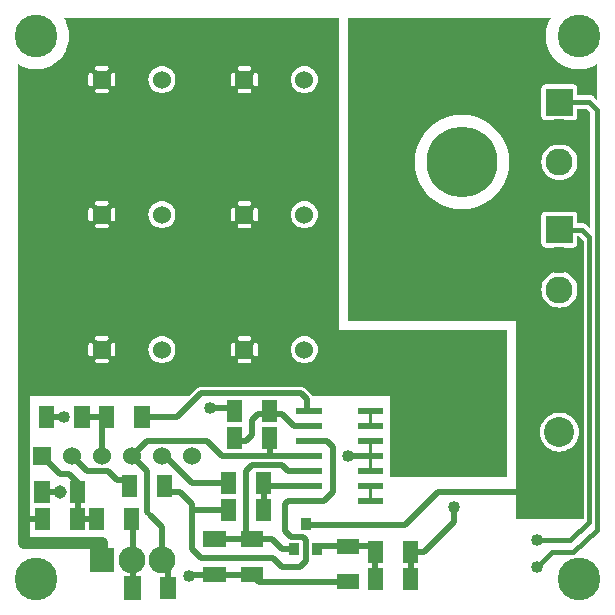
<source format=gbr>
G04 start of page 3 for group 1 idx 0 *
G04 Title: Motor regeling, signalb *
G04 Creator: pcb 20140316 *
G04 CreationDate: Sun 28 Feb 2016 01:10:26 PM GMT UTC *
G04 For: thba *
G04 Format: Gerber/RS-274X *
G04 PCB-Dimensions (mil): 1970.00 1970.00 *
G04 PCB-Coordinate-Origin: lower left *
%MOIN*%
%FSLAX25Y25*%
%LNBOTTOM*%
%ADD47C,0.0380*%
%ADD46C,0.0300*%
%ADD45C,0.1575*%
%ADD44C,0.1181*%
%ADD43C,0.2362*%
%ADD42C,0.0450*%
%ADD41C,0.1419*%
%ADD40R,0.0562X0.0562*%
%ADD39R,0.0512X0.0512*%
%ADD38R,0.0200X0.0200*%
%ADD37R,0.0340X0.0340*%
%ADD36C,0.0600*%
%ADD35C,0.1000*%
%ADD34C,0.0900*%
%ADD33C,0.0150*%
%ADD32C,0.0100*%
%ADD31C,0.0200*%
%ADD30C,0.0400*%
%ADD29C,0.0001*%
G54D29*G36*
X182500Y118507D02*X187235Y118514D01*
X187465Y118569D01*
X187683Y118659D01*
X187884Y118783D01*
X188064Y118936D01*
X188217Y119116D01*
X188341Y119317D01*
X188431Y119535D01*
X188486Y119765D01*
X188500Y120000D01*
X188496Y122350D01*
X189109D01*
X190750Y120709D01*
Y28000D01*
X182500D01*
Y32994D01*
X182814Y33019D01*
X183120Y33092D01*
X183411Y33212D01*
X183679Y33377D01*
X183919Y33581D01*
X184123Y33821D01*
X184288Y34089D01*
X184408Y34380D01*
X184481Y34686D01*
X184500Y35000D01*
Y35100D01*
X184481Y35414D01*
X184408Y35720D01*
X184288Y36011D01*
X184123Y36279D01*
X183919Y36519D01*
X183679Y36723D01*
X183411Y36888D01*
X183120Y37008D01*
X182814Y37081D01*
X182500Y37106D01*
Y50480D01*
X183520Y50560D01*
X184515Y50799D01*
X185460Y51191D01*
X186332Y51725D01*
X187110Y52390D01*
X187775Y53168D01*
X188309Y54040D01*
X188701Y54985D01*
X188940Y55980D01*
X189000Y57000D01*
X188940Y58020D01*
X188701Y59015D01*
X188309Y59960D01*
X187775Y60832D01*
X187110Y61610D01*
X186332Y62275D01*
X185460Y62809D01*
X184515Y63201D01*
X183520Y63440D01*
X182500Y63520D01*
Y98481D01*
X183442Y98556D01*
X184360Y98776D01*
X185232Y99137D01*
X186038Y99631D01*
X186756Y100244D01*
X187369Y100962D01*
X187863Y101768D01*
X188224Y102640D01*
X188444Y103558D01*
X188500Y104500D01*
X188444Y105442D01*
X188224Y106360D01*
X187863Y107232D01*
X187369Y108038D01*
X186756Y108756D01*
X186038Y109369D01*
X185232Y109863D01*
X184360Y110224D01*
X183442Y110444D01*
X182500Y110519D01*
Y118507D01*
G37*
G36*
Y161007D02*X187235Y161014D01*
X187465Y161069D01*
X187683Y161159D01*
X187884Y161283D01*
X188064Y161436D01*
X188217Y161616D01*
X188341Y161817D01*
X188431Y162035D01*
X188486Y162265D01*
X188500Y162500D01*
X188497Y164650D01*
X191809D01*
X192750Y163709D01*
Y124791D01*
X191580Y125961D01*
X191525Y126025D01*
X191268Y126245D01*
X191268Y126245D01*
X190979Y126422D01*
X190666Y126551D01*
X190337Y126630D01*
X190000Y126657D01*
X189916Y126650D01*
X188490D01*
X188486Y129235D01*
X188431Y129465D01*
X188341Y129683D01*
X188217Y129884D01*
X188064Y130064D01*
X187884Y130217D01*
X187683Y130341D01*
X187465Y130431D01*
X187235Y130486D01*
X187000Y130500D01*
X182500Y130493D01*
Y140981D01*
X183442Y141056D01*
X184360Y141276D01*
X185232Y141637D01*
X186038Y142131D01*
X186756Y142744D01*
X187369Y143462D01*
X187863Y144268D01*
X188224Y145140D01*
X188444Y146058D01*
X188500Y147000D01*
X188444Y147942D01*
X188224Y148860D01*
X187863Y149732D01*
X187369Y150538D01*
X186756Y151256D01*
X186038Y151869D01*
X185232Y152363D01*
X184360Y152724D01*
X183442Y152944D01*
X182500Y153019D01*
Y161007D01*
G37*
G36*
X195000Y179741D02*Y167541D01*
X194692Y167848D01*
X194600Y168070D01*
X194407Y168386D01*
X194167Y168667D01*
X193886Y168907D01*
X193570Y169100D01*
X193228Y169242D01*
X192869Y169328D01*
X192500Y169350D01*
X188490D01*
X188486Y171735D01*
X188431Y171965D01*
X188341Y172183D01*
X188217Y172384D01*
X188064Y172564D01*
X187884Y172717D01*
X187683Y172841D01*
X187465Y172931D01*
X187235Y172986D01*
X187000Y173000D01*
X182500Y172993D01*
Y180048D01*
X183977Y179142D01*
X185581Y178478D01*
X187269Y178073D01*
X189000Y177936D01*
X190731Y178073D01*
X192419Y178478D01*
X194023Y179142D01*
X195000Y179741D01*
G37*
G36*
X182500Y172993D02*X177765Y172986D01*
X177535Y172931D01*
X177317Y172841D01*
X177116Y172717D01*
X176936Y172564D01*
X176783Y172384D01*
X176659Y172183D01*
X176569Y171965D01*
X176514Y171735D01*
X176500Y171500D01*
X176514Y162265D01*
X176569Y162035D01*
X176659Y161817D01*
X176783Y161616D01*
X176936Y161436D01*
X177116Y161283D01*
X177317Y161159D01*
X177535Y161069D01*
X177765Y161014D01*
X178000Y161000D01*
X182500Y161007D01*
Y153019D01*
X181558Y152944D01*
X180640Y152724D01*
X179768Y152363D01*
X178962Y151869D01*
X178244Y151256D01*
X177631Y150538D01*
X177137Y149732D01*
X176776Y148860D01*
X176556Y147942D01*
X176481Y147000D01*
X176556Y146058D01*
X176776Y145140D01*
X177137Y144268D01*
X177631Y143462D01*
X178244Y142744D01*
X178962Y142131D01*
X179768Y141637D01*
X180640Y141276D01*
X181558Y141056D01*
X182500Y140981D01*
Y130493D01*
X177765Y130486D01*
X177535Y130431D01*
X177317Y130341D01*
X177116Y130217D01*
X176936Y130064D01*
X176783Y129884D01*
X176659Y129683D01*
X176569Y129465D01*
X176514Y129235D01*
X176500Y129000D01*
X176514Y119765D01*
X176569Y119535D01*
X176659Y119317D01*
X176783Y119116D01*
X176936Y118936D01*
X177116Y118783D01*
X177317Y118659D01*
X177535Y118569D01*
X177765Y118514D01*
X178000Y118500D01*
X182500Y118507D01*
Y110519D01*
X181558Y110444D01*
X180640Y110224D01*
X179768Y109863D01*
X178962Y109369D01*
X178244Y108756D01*
X177631Y108038D01*
X177137Y107232D01*
X176776Y106360D01*
X176556Y105442D01*
X176481Y104500D01*
X176556Y103558D01*
X176776Y102640D01*
X177137Y101768D01*
X177631Y100962D01*
X178244Y100244D01*
X178962Y99631D01*
X179768Y99137D01*
X180640Y98776D01*
X181558Y98556D01*
X182500Y98481D01*
Y63520D01*
X181480Y63440D01*
X180485Y63201D01*
X179540Y62809D01*
X178668Y62275D01*
X177890Y61610D01*
X177225Y60832D01*
X176691Y59960D01*
X176299Y59015D01*
X176060Y58020D01*
X175980Y57000D01*
X176060Y55980D01*
X176299Y54985D01*
X176691Y54040D01*
X177225Y53168D01*
X177890Y52390D01*
X178668Y51725D01*
X179540Y51191D01*
X180485Y50799D01*
X181480Y50560D01*
X182500Y50480D01*
Y37106D01*
X182186Y37081D01*
X181880Y37008D01*
X181589Y36888D01*
X181321Y36723D01*
X181081Y36519D01*
X180877Y36279D01*
X180712Y36011D01*
X180592Y35720D01*
X180519Y35414D01*
X180500Y35100D01*
Y35000D01*
X180519Y34686D01*
X180592Y34380D01*
X180712Y34089D01*
X180877Y33821D01*
X181081Y33581D01*
X181321Y33377D01*
X181589Y33212D01*
X181880Y33092D01*
X182186Y33019D01*
X182500Y32994D01*
Y28000D01*
X168000D01*
Y94000D01*
X149976D01*
Y131205D01*
X150000Y131203D01*
X152471Y131398D01*
X154881Y131977D01*
X157172Y132925D01*
X159285Y134220D01*
X161170Y135830D01*
X162780Y137715D01*
X164075Y139828D01*
X165023Y142119D01*
X165602Y144529D01*
X165748Y147000D01*
X165602Y149471D01*
X165023Y151881D01*
X164075Y154172D01*
X162780Y156285D01*
X161170Y158170D01*
X159285Y159780D01*
X157172Y161075D01*
X154881Y162023D01*
X152471Y162602D01*
X150000Y162797D01*
X149976Y162795D01*
Y195000D01*
X179741D01*
X179142Y194023D01*
X178478Y192419D01*
X178073Y190731D01*
X177936Y189000D01*
X178073Y187269D01*
X178478Y185581D01*
X179142Y183977D01*
X180049Y182497D01*
X181177Y181177D01*
X182497Y180049D01*
X182500Y180048D01*
Y172993D01*
G37*
G36*
X149976Y94000D02*X112000D01*
Y195000D01*
X149976D01*
Y162795D01*
X147529Y162602D01*
X145119Y162023D01*
X142828Y161075D01*
X140715Y159780D01*
X138830Y158170D01*
X137220Y156285D01*
X135925Y154172D01*
X134977Y151881D01*
X134398Y149471D01*
X134203Y147000D01*
X134398Y144529D01*
X134977Y142119D01*
X135925Y139828D01*
X137220Y137715D01*
X138830Y135830D01*
X140715Y134220D01*
X142828Y132925D01*
X145119Y131977D01*
X147529Y131398D01*
X149976Y131205D01*
Y94000D01*
G37*
G36*
X109000Y195000D02*Y69000D01*
X100233D01*
X100123Y69179D01*
X100123Y69179D01*
X99919Y69419D01*
X99859Y69470D01*
X97970Y71359D01*
X97919Y71419D01*
X97679Y71623D01*
X97679Y71623D01*
X97493Y71737D01*
Y79987D01*
X97500Y79986D01*
X98206Y80042D01*
X98895Y80207D01*
X99549Y80478D01*
X100153Y80848D01*
X100692Y81308D01*
X101152Y81847D01*
X101522Y82451D01*
X101793Y83105D01*
X101958Y83794D01*
X102000Y84500D01*
X101958Y85206D01*
X101793Y85895D01*
X101522Y86549D01*
X101152Y87153D01*
X100692Y87692D01*
X100153Y88152D01*
X99549Y88522D01*
X98895Y88793D01*
X98206Y88958D01*
X97500Y89014D01*
X97493Y89013D01*
Y124987D01*
X97500Y124986D01*
X98206Y125042D01*
X98895Y125207D01*
X99549Y125478D01*
X100153Y125848D01*
X100692Y126308D01*
X101152Y126847D01*
X101522Y127451D01*
X101793Y128105D01*
X101958Y128794D01*
X102000Y129500D01*
X101958Y130206D01*
X101793Y130895D01*
X101522Y131549D01*
X101152Y132153D01*
X100692Y132692D01*
X100153Y133152D01*
X99549Y133522D01*
X98895Y133793D01*
X98206Y133958D01*
X97500Y134014D01*
X97493Y134013D01*
Y169987D01*
X97500Y169986D01*
X98206Y170042D01*
X98895Y170207D01*
X99549Y170478D01*
X100153Y170848D01*
X100692Y171308D01*
X101152Y171847D01*
X101522Y172451D01*
X101793Y173105D01*
X101958Y173794D01*
X102000Y174500D01*
X101958Y175206D01*
X101793Y175895D01*
X101522Y176549D01*
X101152Y177153D01*
X100692Y177692D01*
X100153Y178152D01*
X99549Y178522D01*
X98895Y178793D01*
X98206Y178958D01*
X97500Y179014D01*
X97493Y179013D01*
Y195000D01*
X109000D01*
G37*
G36*
X97493Y71737D02*X97411Y71788D01*
X97120Y71908D01*
X96814Y71981D01*
X96500Y72006D01*
X96422Y72000D01*
X81250D01*
Y82248D01*
X81368Y82257D01*
X81482Y82285D01*
X81592Y82330D01*
X81692Y82391D01*
X81782Y82468D01*
X81859Y82558D01*
X81920Y82658D01*
X81965Y82768D01*
X81993Y82882D01*
X82000Y83000D01*
Y86000D01*
X81993Y86118D01*
X81965Y86232D01*
X81920Y86342D01*
X81859Y86442D01*
X81782Y86532D01*
X81692Y86609D01*
X81592Y86670D01*
X81482Y86715D01*
X81368Y86743D01*
X81250Y86752D01*
Y127248D01*
X81368Y127257D01*
X81482Y127285D01*
X81592Y127330D01*
X81692Y127391D01*
X81782Y127468D01*
X81859Y127558D01*
X81920Y127658D01*
X81965Y127768D01*
X81993Y127882D01*
X82000Y128000D01*
Y131000D01*
X81993Y131118D01*
X81965Y131232D01*
X81920Y131342D01*
X81859Y131442D01*
X81782Y131532D01*
X81692Y131609D01*
X81592Y131670D01*
X81482Y131715D01*
X81368Y131743D01*
X81250Y131752D01*
Y172248D01*
X81368Y172257D01*
X81482Y172285D01*
X81592Y172330D01*
X81692Y172391D01*
X81782Y172468D01*
X81859Y172558D01*
X81920Y172658D01*
X81965Y172768D01*
X81993Y172882D01*
X82000Y173000D01*
Y176000D01*
X81993Y176118D01*
X81965Y176232D01*
X81920Y176342D01*
X81859Y176442D01*
X81782Y176532D01*
X81692Y176609D01*
X81592Y176670D01*
X81482Y176715D01*
X81368Y176743D01*
X81250Y176752D01*
Y195000D01*
X97493D01*
Y179013D01*
X96794Y178958D01*
X96105Y178793D01*
X95451Y178522D01*
X94847Y178152D01*
X94308Y177692D01*
X93848Y177153D01*
X93478Y176549D01*
X93207Y175895D01*
X93042Y175206D01*
X92986Y174500D01*
X93042Y173794D01*
X93207Y173105D01*
X93478Y172451D01*
X93848Y171847D01*
X94308Y171308D01*
X94847Y170848D01*
X95451Y170478D01*
X96105Y170207D01*
X96794Y170042D01*
X97493Y169987D01*
Y134013D01*
X96794Y133958D01*
X96105Y133793D01*
X95451Y133522D01*
X94847Y133152D01*
X94308Y132692D01*
X93848Y132153D01*
X93478Y131549D01*
X93207Y130895D01*
X93042Y130206D01*
X92986Y129500D01*
X93042Y128794D01*
X93207Y128105D01*
X93478Y127451D01*
X93848Y126847D01*
X94308Y126308D01*
X94847Y125848D01*
X95451Y125478D01*
X96105Y125207D01*
X96794Y125042D01*
X97493Y124987D01*
Y89013D01*
X96794Y88958D01*
X96105Y88793D01*
X95451Y88522D01*
X94847Y88152D01*
X94308Y87692D01*
X93848Y87153D01*
X93478Y86549D01*
X93207Y85895D01*
X93042Y85206D01*
X92986Y84500D01*
X93042Y83794D01*
X93207Y83105D01*
X93478Y82451D01*
X93848Y81847D01*
X94308Y81308D01*
X94847Y80848D01*
X95451Y80478D01*
X96105Y80207D01*
X96794Y80042D01*
X97493Y79987D01*
Y71737D01*
G37*
G36*
X81250Y72000D02*X77500D01*
Y80000D01*
X79000D01*
X79118Y80007D01*
X79232Y80035D01*
X79342Y80080D01*
X79442Y80141D01*
X79532Y80218D01*
X79609Y80308D01*
X79670Y80408D01*
X79715Y80518D01*
X79743Y80632D01*
X79752Y80750D01*
X79743Y80868D01*
X79715Y80982D01*
X79670Y81092D01*
X79609Y81192D01*
X79532Y81282D01*
X79442Y81359D01*
X79342Y81420D01*
X79232Y81465D01*
X79118Y81493D01*
X79000Y81500D01*
X77500D01*
Y87500D01*
X79000D01*
X79118Y87507D01*
X79232Y87535D01*
X79342Y87580D01*
X79442Y87641D01*
X79532Y87718D01*
X79609Y87808D01*
X79670Y87908D01*
X79715Y88018D01*
X79743Y88132D01*
X79752Y88250D01*
X79743Y88368D01*
X79715Y88482D01*
X79670Y88592D01*
X79609Y88692D01*
X79532Y88782D01*
X79442Y88859D01*
X79342Y88920D01*
X79232Y88965D01*
X79118Y88993D01*
X79000Y89000D01*
X77500D01*
Y125000D01*
X79000D01*
X79118Y125007D01*
X79232Y125035D01*
X79342Y125080D01*
X79442Y125141D01*
X79532Y125218D01*
X79609Y125308D01*
X79670Y125408D01*
X79715Y125518D01*
X79743Y125632D01*
X79752Y125750D01*
X79743Y125868D01*
X79715Y125982D01*
X79670Y126092D01*
X79609Y126192D01*
X79532Y126282D01*
X79442Y126359D01*
X79342Y126420D01*
X79232Y126465D01*
X79118Y126493D01*
X79000Y126500D01*
X77500D01*
Y132500D01*
X79000D01*
X79118Y132507D01*
X79232Y132535D01*
X79342Y132580D01*
X79442Y132641D01*
X79532Y132718D01*
X79609Y132808D01*
X79670Y132908D01*
X79715Y133018D01*
X79743Y133132D01*
X79752Y133250D01*
X79743Y133368D01*
X79715Y133482D01*
X79670Y133592D01*
X79609Y133692D01*
X79532Y133782D01*
X79442Y133859D01*
X79342Y133920D01*
X79232Y133965D01*
X79118Y133993D01*
X79000Y134000D01*
X77500D01*
Y170000D01*
X79000D01*
X79118Y170007D01*
X79232Y170035D01*
X79342Y170080D01*
X79442Y170141D01*
X79532Y170218D01*
X79609Y170308D01*
X79670Y170408D01*
X79715Y170518D01*
X79743Y170632D01*
X79752Y170750D01*
X79743Y170868D01*
X79715Y170982D01*
X79670Y171092D01*
X79609Y171192D01*
X79532Y171282D01*
X79442Y171359D01*
X79342Y171420D01*
X79232Y171465D01*
X79118Y171493D01*
X79000Y171500D01*
X77500D01*
Y177500D01*
X79000D01*
X79118Y177507D01*
X79232Y177535D01*
X79342Y177580D01*
X79442Y177641D01*
X79532Y177718D01*
X79609Y177808D01*
X79670Y177908D01*
X79715Y178018D01*
X79743Y178132D01*
X79752Y178250D01*
X79743Y178368D01*
X79715Y178482D01*
X79670Y178592D01*
X79609Y178692D01*
X79532Y178782D01*
X79442Y178859D01*
X79342Y178920D01*
X79232Y178965D01*
X79118Y178993D01*
X79000Y179000D01*
X77500D01*
Y195000D01*
X81250D01*
Y176752D01*
X81132Y176743D01*
X81018Y176715D01*
X80908Y176670D01*
X80808Y176609D01*
X80718Y176532D01*
X80641Y176442D01*
X80580Y176342D01*
X80535Y176232D01*
X80507Y176118D01*
X80500Y176000D01*
Y173000D01*
X80507Y172882D01*
X80535Y172768D01*
X80580Y172658D01*
X80641Y172558D01*
X80718Y172468D01*
X80808Y172391D01*
X80908Y172330D01*
X81018Y172285D01*
X81132Y172257D01*
X81250Y172248D01*
Y131752D01*
X81132Y131743D01*
X81018Y131715D01*
X80908Y131670D01*
X80808Y131609D01*
X80718Y131532D01*
X80641Y131442D01*
X80580Y131342D01*
X80535Y131232D01*
X80507Y131118D01*
X80500Y131000D01*
Y128000D01*
X80507Y127882D01*
X80535Y127768D01*
X80580Y127658D01*
X80641Y127558D01*
X80718Y127468D01*
X80808Y127391D01*
X80908Y127330D01*
X81018Y127285D01*
X81132Y127257D01*
X81250Y127248D01*
Y86752D01*
X81132Y86743D01*
X81018Y86715D01*
X80908Y86670D01*
X80808Y86609D01*
X80718Y86532D01*
X80641Y86442D01*
X80580Y86342D01*
X80535Y86232D01*
X80507Y86118D01*
X80500Y86000D01*
Y83000D01*
X80507Y82882D01*
X80535Y82768D01*
X80580Y82658D01*
X80641Y82558D01*
X80718Y82468D01*
X80808Y82391D01*
X80908Y82330D01*
X81018Y82285D01*
X81132Y82257D01*
X81250Y82248D01*
Y72000D01*
G37*
G36*
X77500D02*X73750D01*
Y82248D01*
X73868Y82257D01*
X73982Y82285D01*
X74092Y82330D01*
X74192Y82391D01*
X74282Y82468D01*
X74359Y82558D01*
X74420Y82658D01*
X74465Y82768D01*
X74493Y82882D01*
X74500Y83000D01*
Y86000D01*
X74493Y86118D01*
X74465Y86232D01*
X74420Y86342D01*
X74359Y86442D01*
X74282Y86532D01*
X74192Y86609D01*
X74092Y86670D01*
X73982Y86715D01*
X73868Y86743D01*
X73750Y86752D01*
Y127248D01*
X73868Y127257D01*
X73982Y127285D01*
X74092Y127330D01*
X74192Y127391D01*
X74282Y127468D01*
X74359Y127558D01*
X74420Y127658D01*
X74465Y127768D01*
X74493Y127882D01*
X74500Y128000D01*
Y131000D01*
X74493Y131118D01*
X74465Y131232D01*
X74420Y131342D01*
X74359Y131442D01*
X74282Y131532D01*
X74192Y131609D01*
X74092Y131670D01*
X73982Y131715D01*
X73868Y131743D01*
X73750Y131752D01*
Y172248D01*
X73868Y172257D01*
X73982Y172285D01*
X74092Y172330D01*
X74192Y172391D01*
X74282Y172468D01*
X74359Y172558D01*
X74420Y172658D01*
X74465Y172768D01*
X74493Y172882D01*
X74500Y173000D01*
Y176000D01*
X74493Y176118D01*
X74465Y176232D01*
X74420Y176342D01*
X74359Y176442D01*
X74282Y176532D01*
X74192Y176609D01*
X74092Y176670D01*
X73982Y176715D01*
X73868Y176743D01*
X73750Y176752D01*
Y195000D01*
X77500D01*
Y179000D01*
X76000D01*
X75882Y178993D01*
X75768Y178965D01*
X75658Y178920D01*
X75558Y178859D01*
X75468Y178782D01*
X75391Y178692D01*
X75330Y178592D01*
X75285Y178482D01*
X75257Y178368D01*
X75248Y178250D01*
X75257Y178132D01*
X75285Y178018D01*
X75330Y177908D01*
X75391Y177808D01*
X75468Y177718D01*
X75558Y177641D01*
X75658Y177580D01*
X75768Y177535D01*
X75882Y177507D01*
X76000Y177500D01*
X77500D01*
Y171500D01*
X76000D01*
X75882Y171493D01*
X75768Y171465D01*
X75658Y171420D01*
X75558Y171359D01*
X75468Y171282D01*
X75391Y171192D01*
X75330Y171092D01*
X75285Y170982D01*
X75257Y170868D01*
X75248Y170750D01*
X75257Y170632D01*
X75285Y170518D01*
X75330Y170408D01*
X75391Y170308D01*
X75468Y170218D01*
X75558Y170141D01*
X75658Y170080D01*
X75768Y170035D01*
X75882Y170007D01*
X76000Y170000D01*
X77500D01*
Y134000D01*
X76000D01*
X75882Y133993D01*
X75768Y133965D01*
X75658Y133920D01*
X75558Y133859D01*
X75468Y133782D01*
X75391Y133692D01*
X75330Y133592D01*
X75285Y133482D01*
X75257Y133368D01*
X75248Y133250D01*
X75257Y133132D01*
X75285Y133018D01*
X75330Y132908D01*
X75391Y132808D01*
X75468Y132718D01*
X75558Y132641D01*
X75658Y132580D01*
X75768Y132535D01*
X75882Y132507D01*
X76000Y132500D01*
X77500D01*
Y126500D01*
X76000D01*
X75882Y126493D01*
X75768Y126465D01*
X75658Y126420D01*
X75558Y126359D01*
X75468Y126282D01*
X75391Y126192D01*
X75330Y126092D01*
X75285Y125982D01*
X75257Y125868D01*
X75248Y125750D01*
X75257Y125632D01*
X75285Y125518D01*
X75330Y125408D01*
X75391Y125308D01*
X75468Y125218D01*
X75558Y125141D01*
X75658Y125080D01*
X75768Y125035D01*
X75882Y125007D01*
X76000Y125000D01*
X77500D01*
Y89000D01*
X76000D01*
X75882Y88993D01*
X75768Y88965D01*
X75658Y88920D01*
X75558Y88859D01*
X75468Y88782D01*
X75391Y88692D01*
X75330Y88592D01*
X75285Y88482D01*
X75257Y88368D01*
X75248Y88250D01*
X75257Y88132D01*
X75285Y88018D01*
X75330Y87908D01*
X75391Y87808D01*
X75468Y87718D01*
X75558Y87641D01*
X75658Y87580D01*
X75768Y87535D01*
X75882Y87507D01*
X76000Y87500D01*
X77500D01*
Y81500D01*
X76000D01*
X75882Y81493D01*
X75768Y81465D01*
X75658Y81420D01*
X75558Y81359D01*
X75468Y81282D01*
X75391Y81192D01*
X75330Y81092D01*
X75285Y80982D01*
X75257Y80868D01*
X75248Y80750D01*
X75257Y80632D01*
X75285Y80518D01*
X75330Y80408D01*
X75391Y80308D01*
X75468Y80218D01*
X75558Y80141D01*
X75658Y80080D01*
X75768Y80035D01*
X75882Y80007D01*
X76000Y80000D01*
X77500D01*
Y72000D01*
G37*
G36*
X73750D02*X63078D01*
X63000Y72006D01*
X62686Y71981D01*
X62380Y71908D01*
X62089Y71788D01*
X61821Y71623D01*
X61820Y71623D01*
X61581Y71419D01*
X61530Y71359D01*
X59172Y69000D01*
X49993D01*
Y79987D01*
X50000Y79986D01*
X50706Y80042D01*
X51395Y80207D01*
X52049Y80478D01*
X52653Y80848D01*
X53192Y81308D01*
X53652Y81847D01*
X54022Y82451D01*
X54293Y83105D01*
X54458Y83794D01*
X54500Y84500D01*
X54458Y85206D01*
X54293Y85895D01*
X54022Y86549D01*
X53652Y87153D01*
X53192Y87692D01*
X52653Y88152D01*
X52049Y88522D01*
X51395Y88793D01*
X50706Y88958D01*
X50000Y89014D01*
X49993Y89013D01*
Y124987D01*
X50000Y124986D01*
X50706Y125042D01*
X51395Y125207D01*
X52049Y125478D01*
X52653Y125848D01*
X53192Y126308D01*
X53652Y126847D01*
X54022Y127451D01*
X54293Y128105D01*
X54458Y128794D01*
X54500Y129500D01*
X54458Y130206D01*
X54293Y130895D01*
X54022Y131549D01*
X53652Y132153D01*
X53192Y132692D01*
X52653Y133152D01*
X52049Y133522D01*
X51395Y133793D01*
X50706Y133958D01*
X50000Y134014D01*
X49993Y134013D01*
Y169987D01*
X50000Y169986D01*
X50706Y170042D01*
X51395Y170207D01*
X52049Y170478D01*
X52653Y170848D01*
X53192Y171308D01*
X53652Y171847D01*
X54022Y172451D01*
X54293Y173105D01*
X54458Y173794D01*
X54500Y174500D01*
X54458Y175206D01*
X54293Y175895D01*
X54022Y176549D01*
X53652Y177153D01*
X53192Y177692D01*
X52653Y178152D01*
X52049Y178522D01*
X51395Y178793D01*
X50706Y178958D01*
X50000Y179014D01*
X49993Y179013D01*
Y195000D01*
X73750D01*
Y176752D01*
X73632Y176743D01*
X73518Y176715D01*
X73408Y176670D01*
X73308Y176609D01*
X73218Y176532D01*
X73141Y176442D01*
X73080Y176342D01*
X73035Y176232D01*
X73007Y176118D01*
X73000Y176000D01*
Y173000D01*
X73007Y172882D01*
X73035Y172768D01*
X73080Y172658D01*
X73141Y172558D01*
X73218Y172468D01*
X73308Y172391D01*
X73408Y172330D01*
X73518Y172285D01*
X73632Y172257D01*
X73750Y172248D01*
Y131752D01*
X73632Y131743D01*
X73518Y131715D01*
X73408Y131670D01*
X73308Y131609D01*
X73218Y131532D01*
X73141Y131442D01*
X73080Y131342D01*
X73035Y131232D01*
X73007Y131118D01*
X73000Y131000D01*
Y128000D01*
X73007Y127882D01*
X73035Y127768D01*
X73080Y127658D01*
X73141Y127558D01*
X73218Y127468D01*
X73308Y127391D01*
X73408Y127330D01*
X73518Y127285D01*
X73632Y127257D01*
X73750Y127248D01*
Y86752D01*
X73632Y86743D01*
X73518Y86715D01*
X73408Y86670D01*
X73308Y86609D01*
X73218Y86532D01*
X73141Y86442D01*
X73080Y86342D01*
X73035Y86232D01*
X73007Y86118D01*
X73000Y86000D01*
Y83000D01*
X73007Y82882D01*
X73035Y82768D01*
X73080Y82658D01*
X73141Y82558D01*
X73218Y82468D01*
X73308Y82391D01*
X73408Y82330D01*
X73518Y82285D01*
X73632Y82257D01*
X73750Y82248D01*
Y72000D01*
G37*
G36*
X49993Y69000D02*X33750D01*
Y82248D01*
X33868Y82257D01*
X33982Y82285D01*
X34092Y82330D01*
X34192Y82391D01*
X34282Y82468D01*
X34359Y82558D01*
X34420Y82658D01*
X34465Y82768D01*
X34493Y82882D01*
X34500Y83000D01*
Y86000D01*
X34493Y86118D01*
X34465Y86232D01*
X34420Y86342D01*
X34359Y86442D01*
X34282Y86532D01*
X34192Y86609D01*
X34092Y86670D01*
X33982Y86715D01*
X33868Y86743D01*
X33750Y86752D01*
Y127248D01*
X33868Y127257D01*
X33982Y127285D01*
X34092Y127330D01*
X34192Y127391D01*
X34282Y127468D01*
X34359Y127558D01*
X34420Y127658D01*
X34465Y127768D01*
X34493Y127882D01*
X34500Y128000D01*
Y131000D01*
X34493Y131118D01*
X34465Y131232D01*
X34420Y131342D01*
X34359Y131442D01*
X34282Y131532D01*
X34192Y131609D01*
X34092Y131670D01*
X33982Y131715D01*
X33868Y131743D01*
X33750Y131752D01*
Y172248D01*
X33868Y172257D01*
X33982Y172285D01*
X34092Y172330D01*
X34192Y172391D01*
X34282Y172468D01*
X34359Y172558D01*
X34420Y172658D01*
X34465Y172768D01*
X34493Y172882D01*
X34500Y173000D01*
Y176000D01*
X34493Y176118D01*
X34465Y176232D01*
X34420Y176342D01*
X34359Y176442D01*
X34282Y176532D01*
X34192Y176609D01*
X34092Y176670D01*
X33982Y176715D01*
X33868Y176743D01*
X33750Y176752D01*
Y195000D01*
X49993D01*
Y179013D01*
X49294Y178958D01*
X48605Y178793D01*
X47951Y178522D01*
X47347Y178152D01*
X46808Y177692D01*
X46348Y177153D01*
X45978Y176549D01*
X45707Y175895D01*
X45542Y175206D01*
X45486Y174500D01*
X45542Y173794D01*
X45707Y173105D01*
X45978Y172451D01*
X46348Y171847D01*
X46808Y171308D01*
X47347Y170848D01*
X47951Y170478D01*
X48605Y170207D01*
X49294Y170042D01*
X49993Y169987D01*
Y134013D01*
X49294Y133958D01*
X48605Y133793D01*
X47951Y133522D01*
X47347Y133152D01*
X46808Y132692D01*
X46348Y132153D01*
X45978Y131549D01*
X45707Y130895D01*
X45542Y130206D01*
X45486Y129500D01*
X45542Y128794D01*
X45707Y128105D01*
X45978Y127451D01*
X46348Y126847D01*
X46808Y126308D01*
X47347Y125848D01*
X47951Y125478D01*
X48605Y125207D01*
X49294Y125042D01*
X49993Y124987D01*
Y89013D01*
X49294Y88958D01*
X48605Y88793D01*
X47951Y88522D01*
X47347Y88152D01*
X46808Y87692D01*
X46348Y87153D01*
X45978Y86549D01*
X45707Y85895D01*
X45542Y85206D01*
X45486Y84500D01*
X45542Y83794D01*
X45707Y83105D01*
X45978Y82451D01*
X46348Y81847D01*
X46808Y81308D01*
X47347Y80848D01*
X47951Y80478D01*
X48605Y80207D01*
X49294Y80042D01*
X49993Y79987D01*
Y69000D01*
G37*
G36*
X33750D02*X30000D01*
Y80000D01*
X31500D01*
X31618Y80007D01*
X31732Y80035D01*
X31842Y80080D01*
X31942Y80141D01*
X32032Y80218D01*
X32109Y80308D01*
X32170Y80408D01*
X32215Y80518D01*
X32243Y80632D01*
X32252Y80750D01*
X32243Y80868D01*
X32215Y80982D01*
X32170Y81092D01*
X32109Y81192D01*
X32032Y81282D01*
X31942Y81359D01*
X31842Y81420D01*
X31732Y81465D01*
X31618Y81493D01*
X31500Y81500D01*
X30000D01*
Y87500D01*
X31500D01*
X31618Y87507D01*
X31732Y87535D01*
X31842Y87580D01*
X31942Y87641D01*
X32032Y87718D01*
X32109Y87808D01*
X32170Y87908D01*
X32215Y88018D01*
X32243Y88132D01*
X32252Y88250D01*
X32243Y88368D01*
X32215Y88482D01*
X32170Y88592D01*
X32109Y88692D01*
X32032Y88782D01*
X31942Y88859D01*
X31842Y88920D01*
X31732Y88965D01*
X31618Y88993D01*
X31500Y89000D01*
X30000D01*
Y125000D01*
X31500D01*
X31618Y125007D01*
X31732Y125035D01*
X31842Y125080D01*
X31942Y125141D01*
X32032Y125218D01*
X32109Y125308D01*
X32170Y125408D01*
X32215Y125518D01*
X32243Y125632D01*
X32252Y125750D01*
X32243Y125868D01*
X32215Y125982D01*
X32170Y126092D01*
X32109Y126192D01*
X32032Y126282D01*
X31942Y126359D01*
X31842Y126420D01*
X31732Y126465D01*
X31618Y126493D01*
X31500Y126500D01*
X30000D01*
Y132500D01*
X31500D01*
X31618Y132507D01*
X31732Y132535D01*
X31842Y132580D01*
X31942Y132641D01*
X32032Y132718D01*
X32109Y132808D01*
X32170Y132908D01*
X32215Y133018D01*
X32243Y133132D01*
X32252Y133250D01*
X32243Y133368D01*
X32215Y133482D01*
X32170Y133592D01*
X32109Y133692D01*
X32032Y133782D01*
X31942Y133859D01*
X31842Y133920D01*
X31732Y133965D01*
X31618Y133993D01*
X31500Y134000D01*
X30000D01*
Y170000D01*
X31500D01*
X31618Y170007D01*
X31732Y170035D01*
X31842Y170080D01*
X31942Y170141D01*
X32032Y170218D01*
X32109Y170308D01*
X32170Y170408D01*
X32215Y170518D01*
X32243Y170632D01*
X32252Y170750D01*
X32243Y170868D01*
X32215Y170982D01*
X32170Y171092D01*
X32109Y171192D01*
X32032Y171282D01*
X31942Y171359D01*
X31842Y171420D01*
X31732Y171465D01*
X31618Y171493D01*
X31500Y171500D01*
X30000D01*
Y177500D01*
X31500D01*
X31618Y177507D01*
X31732Y177535D01*
X31842Y177580D01*
X31942Y177641D01*
X32032Y177718D01*
X32109Y177808D01*
X32170Y177908D01*
X32215Y178018D01*
X32243Y178132D01*
X32252Y178250D01*
X32243Y178368D01*
X32215Y178482D01*
X32170Y178592D01*
X32109Y178692D01*
X32032Y178782D01*
X31942Y178859D01*
X31842Y178920D01*
X31732Y178965D01*
X31618Y178993D01*
X31500Y179000D01*
X30000D01*
Y195000D01*
X33750D01*
Y176752D01*
X33632Y176743D01*
X33518Y176715D01*
X33408Y176670D01*
X33308Y176609D01*
X33218Y176532D01*
X33141Y176442D01*
X33080Y176342D01*
X33035Y176232D01*
X33007Y176118D01*
X33000Y176000D01*
Y173000D01*
X33007Y172882D01*
X33035Y172768D01*
X33080Y172658D01*
X33141Y172558D01*
X33218Y172468D01*
X33308Y172391D01*
X33408Y172330D01*
X33518Y172285D01*
X33632Y172257D01*
X33750Y172248D01*
Y131752D01*
X33632Y131743D01*
X33518Y131715D01*
X33408Y131670D01*
X33308Y131609D01*
X33218Y131532D01*
X33141Y131442D01*
X33080Y131342D01*
X33035Y131232D01*
X33007Y131118D01*
X33000Y131000D01*
Y128000D01*
X33007Y127882D01*
X33035Y127768D01*
X33080Y127658D01*
X33141Y127558D01*
X33218Y127468D01*
X33308Y127391D01*
X33408Y127330D01*
X33518Y127285D01*
X33632Y127257D01*
X33750Y127248D01*
Y86752D01*
X33632Y86743D01*
X33518Y86715D01*
X33408Y86670D01*
X33308Y86609D01*
X33218Y86532D01*
X33141Y86442D01*
X33080Y86342D01*
X33035Y86232D01*
X33007Y86118D01*
X33000Y86000D01*
Y83000D01*
X33007Y82882D01*
X33035Y82768D01*
X33080Y82658D01*
X33141Y82558D01*
X33218Y82468D01*
X33308Y82391D01*
X33408Y82330D01*
X33518Y82285D01*
X33632Y82257D01*
X33750Y82248D01*
Y69000D01*
G37*
G36*
X30000D02*X26250D01*
Y82248D01*
X26368Y82257D01*
X26482Y82285D01*
X26592Y82330D01*
X26692Y82391D01*
X26782Y82468D01*
X26859Y82558D01*
X26920Y82658D01*
X26965Y82768D01*
X26993Y82882D01*
X27000Y83000D01*
Y86000D01*
X26993Y86118D01*
X26965Y86232D01*
X26920Y86342D01*
X26859Y86442D01*
X26782Y86532D01*
X26692Y86609D01*
X26592Y86670D01*
X26482Y86715D01*
X26368Y86743D01*
X26250Y86752D01*
Y127248D01*
X26368Y127257D01*
X26482Y127285D01*
X26592Y127330D01*
X26692Y127391D01*
X26782Y127468D01*
X26859Y127558D01*
X26920Y127658D01*
X26965Y127768D01*
X26993Y127882D01*
X27000Y128000D01*
Y131000D01*
X26993Y131118D01*
X26965Y131232D01*
X26920Y131342D01*
X26859Y131442D01*
X26782Y131532D01*
X26692Y131609D01*
X26592Y131670D01*
X26482Y131715D01*
X26368Y131743D01*
X26250Y131752D01*
Y172248D01*
X26368Y172257D01*
X26482Y172285D01*
X26592Y172330D01*
X26692Y172391D01*
X26782Y172468D01*
X26859Y172558D01*
X26920Y172658D01*
X26965Y172768D01*
X26993Y172882D01*
X27000Y173000D01*
Y176000D01*
X26993Y176118D01*
X26965Y176232D01*
X26920Y176342D01*
X26859Y176442D01*
X26782Y176532D01*
X26692Y176609D01*
X26592Y176670D01*
X26482Y176715D01*
X26368Y176743D01*
X26250Y176752D01*
Y195000D01*
X30000D01*
Y179000D01*
X28500D01*
X28382Y178993D01*
X28268Y178965D01*
X28158Y178920D01*
X28058Y178859D01*
X27968Y178782D01*
X27891Y178692D01*
X27830Y178592D01*
X27785Y178482D01*
X27757Y178368D01*
X27748Y178250D01*
X27757Y178132D01*
X27785Y178018D01*
X27830Y177908D01*
X27891Y177808D01*
X27968Y177718D01*
X28058Y177641D01*
X28158Y177580D01*
X28268Y177535D01*
X28382Y177507D01*
X28500Y177500D01*
X30000D01*
Y171500D01*
X28500D01*
X28382Y171493D01*
X28268Y171465D01*
X28158Y171420D01*
X28058Y171359D01*
X27968Y171282D01*
X27891Y171192D01*
X27830Y171092D01*
X27785Y170982D01*
X27757Y170868D01*
X27748Y170750D01*
X27757Y170632D01*
X27785Y170518D01*
X27830Y170408D01*
X27891Y170308D01*
X27968Y170218D01*
X28058Y170141D01*
X28158Y170080D01*
X28268Y170035D01*
X28382Y170007D01*
X28500Y170000D01*
X30000D01*
Y134000D01*
X28500D01*
X28382Y133993D01*
X28268Y133965D01*
X28158Y133920D01*
X28058Y133859D01*
X27968Y133782D01*
X27891Y133692D01*
X27830Y133592D01*
X27785Y133482D01*
X27757Y133368D01*
X27748Y133250D01*
X27757Y133132D01*
X27785Y133018D01*
X27830Y132908D01*
X27891Y132808D01*
X27968Y132718D01*
X28058Y132641D01*
X28158Y132580D01*
X28268Y132535D01*
X28382Y132507D01*
X28500Y132500D01*
X30000D01*
Y126500D01*
X28500D01*
X28382Y126493D01*
X28268Y126465D01*
X28158Y126420D01*
X28058Y126359D01*
X27968Y126282D01*
X27891Y126192D01*
X27830Y126092D01*
X27785Y125982D01*
X27757Y125868D01*
X27748Y125750D01*
X27757Y125632D01*
X27785Y125518D01*
X27830Y125408D01*
X27891Y125308D01*
X27968Y125218D01*
X28058Y125141D01*
X28158Y125080D01*
X28268Y125035D01*
X28382Y125007D01*
X28500Y125000D01*
X30000D01*
Y89000D01*
X28500D01*
X28382Y88993D01*
X28268Y88965D01*
X28158Y88920D01*
X28058Y88859D01*
X27968Y88782D01*
X27891Y88692D01*
X27830Y88592D01*
X27785Y88482D01*
X27757Y88368D01*
X27748Y88250D01*
X27757Y88132D01*
X27785Y88018D01*
X27830Y87908D01*
X27891Y87808D01*
X27968Y87718D01*
X28058Y87641D01*
X28158Y87580D01*
X28268Y87535D01*
X28382Y87507D01*
X28500Y87500D01*
X30000D01*
Y81500D01*
X28500D01*
X28382Y81493D01*
X28268Y81465D01*
X28158Y81420D01*
X28058Y81359D01*
X27968Y81282D01*
X27891Y81192D01*
X27830Y81092D01*
X27785Y80982D01*
X27757Y80868D01*
X27748Y80750D01*
X27757Y80632D01*
X27785Y80518D01*
X27830Y80408D01*
X27891Y80308D01*
X27968Y80218D01*
X28058Y80141D01*
X28158Y80080D01*
X28268Y80035D01*
X28382Y80007D01*
X28500Y80000D01*
X30000D01*
Y69000D01*
G37*
G36*
X26250D02*X2000D01*
Y179741D01*
X2977Y179142D01*
X4581Y178478D01*
X6269Y178073D01*
X8000Y177936D01*
X9731Y178073D01*
X11419Y178478D01*
X13023Y179142D01*
X14503Y180049D01*
X15823Y181177D01*
X16951Y182497D01*
X17858Y183977D01*
X18522Y185581D01*
X18927Y187269D01*
X19030Y189000D01*
X18927Y190731D01*
X18522Y192419D01*
X17858Y194023D01*
X17259Y195000D01*
X26250D01*
Y176752D01*
X26132Y176743D01*
X26018Y176715D01*
X25908Y176670D01*
X25808Y176609D01*
X25718Y176532D01*
X25641Y176442D01*
X25580Y176342D01*
X25535Y176232D01*
X25507Y176118D01*
X25500Y176000D01*
Y173000D01*
X25507Y172882D01*
X25535Y172768D01*
X25580Y172658D01*
X25641Y172558D01*
X25718Y172468D01*
X25808Y172391D01*
X25908Y172330D01*
X26018Y172285D01*
X26132Y172257D01*
X26250Y172248D01*
Y131752D01*
X26132Y131743D01*
X26018Y131715D01*
X25908Y131670D01*
X25808Y131609D01*
X25718Y131532D01*
X25641Y131442D01*
X25580Y131342D01*
X25535Y131232D01*
X25507Y131118D01*
X25500Y131000D01*
Y128000D01*
X25507Y127882D01*
X25535Y127768D01*
X25580Y127658D01*
X25641Y127558D01*
X25718Y127468D01*
X25808Y127391D01*
X25908Y127330D01*
X26018Y127285D01*
X26132Y127257D01*
X26250Y127248D01*
Y86752D01*
X26132Y86743D01*
X26018Y86715D01*
X25908Y86670D01*
X25808Y86609D01*
X25718Y86532D01*
X25641Y86442D01*
X25580Y86342D01*
X25535Y86232D01*
X25507Y86118D01*
X25500Y86000D01*
Y83000D01*
X25507Y82882D01*
X25535Y82768D01*
X25580Y82658D01*
X25641Y82558D01*
X25718Y82468D01*
X25808Y82391D01*
X25908Y82330D01*
X26018Y82285D01*
X26132Y82257D01*
X26250Y82248D01*
Y69000D01*
G37*
G36*
X165000Y42000D02*X126000D01*
Y69000D01*
X106000D01*
Y91000D01*
X165000D01*
Y42000D01*
G37*
G54D30*X4000Y72000D02*Y21000D01*
G54D31*X10095Y28000D02*X4000D01*
G54D30*Y20000D02*X30000D01*
Y13500D01*
Y14500D02*Y15000D01*
G54D31*X142000Y37000D02*X169000D01*
G54D32*X119500Y39000D02*Y34000D01*
G54D31*X147500Y27000D02*X137500Y17000D01*
X142000Y37000D02*X131000Y26000D01*
X73595Y65000D02*X72000D01*
X73595D02*X66000D01*
X63000Y70000D02*X55000Y62000D01*
X99000Y49000D02*X98000D01*
X98500Y68000D02*Y64000D01*
Y65000D01*
X99000Y54000D02*X105000D01*
X107000Y52000D01*
X99000Y59000D02*X94000D01*
X90000Y63000D01*
X85905Y55000D02*Y49000D01*
X70000D02*X99000D01*
X90000Y63000D02*X85905D01*
X86000D02*X82000D01*
X80000Y61000D01*
G54D32*X119500Y64000D02*Y59000D01*
G54D31*X96500Y70000D02*X98500Y68000D01*
X96500Y70000D02*X63000D01*
X99000Y38905D02*X97905D01*
X107000Y52000D02*Y37000D01*
X104000Y34000D01*
X98435Y33953D01*
X102000Y34000D01*
X132905Y17000D02*Y8000D01*
G54D32*X119500Y54000D02*Y44000D01*
G54D31*X101800Y18095D02*X102705Y19000D01*
X121095D01*
X112000Y49000D02*X119500D01*
X46000Y29500D02*X50000Y25405D01*
X147500Y32000D02*Y27000D01*
X131000Y26000D02*X97900D01*
X99000Y44000D02*X92000D01*
X83905Y38905D02*X99000D01*
X92000Y34000D02*X99000D01*
X112000Y7095D02*X82405D01*
X80000Y9500D01*
X121095Y18905D02*Y8000D01*
Y8095D01*
X87000Y15000D02*X90000Y12000D01*
X96000D01*
X98000Y14000D01*
Y21000D01*
X93000Y22000D02*X91000Y24000D01*
Y33000D01*
X92000Y34000D01*
Y44000D02*X90000Y46000D01*
X80000D01*
X78000Y44000D01*
X137500Y17000D02*X132905D01*
X63000Y15000D02*X87000D01*
X78000Y44000D02*Y21310D01*
X83905Y31000D02*X84000Y38905D01*
X67500Y21310D02*X86690D01*
X98000Y21000D02*X97000Y22000D01*
X93000D01*
X86690Y21310D02*X89905Y18095D01*
X94000D01*
G54D33*X182500Y124500D02*X190000D01*
X192500Y122000D01*
Y27000D01*
X195000Y164500D02*Y24500D01*
G54D31*X182500Y35000D02*Y35100D01*
G54D33*X195000Y164500D02*X192500Y167000D01*
X182500D01*
X192500Y27000D02*X186000Y21000D01*
X175000D01*
X187000Y17000D02*X180000D01*
X175000Y12000D01*
X195000Y24500D02*X187000Y17000D01*
G54D32*X80000Y21310D02*X78190D01*
G54D31*X80000Y9500D02*X60000D01*
Y18000D02*Y33000D01*
X56000Y37000D01*
X72095Y31000D02*X60000D01*
X80000Y61000D02*Y56000D01*
X78000Y54000D01*
X74095D01*
X65000D02*X70000Y49000D01*
X60000Y40000D02*X72095D01*
X45000Y30512D02*Y44000D01*
X40000Y49000D01*
X39095Y48095D02*X45000Y54000D01*
X65000D01*
X50000Y49000D02*X51000D01*
X60000Y40000D01*
X55000Y62000D02*X43405D01*
X56000Y37000D02*X50905D01*
X51000D01*
X50000Y25405D02*Y14500D01*
X63000Y15000D02*X60000Y18000D01*
X40190Y25715D02*Y6810D01*
X50000Y14500D02*X52000Y12500D01*
Y5000D01*
Y6000D01*
X45512Y30000D02*X45000Y30512D01*
X25000Y62000D02*X31595D01*
X30000D01*
Y49500D02*Y62000D01*
X11595D02*X17500D01*
X20000Y49000D02*X25000Y44000D01*
X32000D01*
X35000Y41000D01*
X19000Y43000D02*X21905Y40095D01*
X35000Y41000D02*X39095D01*
X21905Y40095D02*Y28000D01*
X28095D01*
X10000Y49000D02*X16000Y43000D01*
X19000D01*
X15905Y37000D02*X10000D01*
G54D29*G36*
X178000Y129000D02*Y120000D01*
X187000D01*
Y129000D01*
X178000D01*
G37*
G36*
Y171500D02*Y162500D01*
X187000D01*
Y171500D01*
X178000D01*
G37*
G54D34*X182500Y157000D03*
Y147000D03*
Y114500D03*
Y104500D03*
G54D29*G36*
X177500Y83900D02*Y73900D01*
X187500D01*
Y83900D01*
X177500D01*
G37*
G54D35*X182500Y57000D03*
Y35100D03*
G54D29*G36*
X27000Y177500D02*Y171500D01*
X33000D01*
Y177500D01*
X27000D01*
G37*
G36*
Y132500D02*Y126500D01*
X33000D01*
Y132500D01*
X27000D01*
G37*
G54D36*X50000Y174500D03*
G54D29*G36*
X74500Y132500D02*Y126500D01*
X80500D01*
Y132500D01*
X74500D01*
G37*
G54D36*X50000Y129500D03*
X97500D03*
G54D29*G36*
X74500Y177500D02*Y171500D01*
X80500D01*
Y177500D01*
X74500D01*
G37*
G54D36*X97500Y174500D03*
G54D29*G36*
X74500Y87500D02*Y81500D01*
X80500D01*
Y87500D01*
X74500D01*
G37*
G54D36*X97500Y84500D03*
X50000D03*
G54D29*G36*
X27000Y87500D02*Y81500D01*
X33000D01*
Y87500D01*
X27000D01*
G37*
G36*
X26000Y18500D02*Y10500D01*
X34000D01*
Y18500D01*
X26000D01*
G37*
G54D34*X40000Y14500D03*
X50000D03*
G54D29*G36*
X7000Y52000D02*Y46000D01*
X13000D01*
Y52000D01*
X7000D01*
G37*
G54D36*X20000Y49000D03*
X30000D03*
X40000D03*
X50000D03*
X60000D03*
G54D37*X97900Y26595D02*Y25995D01*
G54D38*X116250Y34000D02*X122750D01*
G54D39*X132905Y9181D02*Y6819D01*
X121095Y18181D02*Y15819D01*
X110819Y18905D02*X113181D01*
X132905Y18181D02*Y15819D01*
X121095Y9181D02*Y6819D01*
X110819Y7095D02*X113181D01*
X66319Y9500D02*X68681D01*
X66319Y21310D02*X68681D01*
X78819Y9500D02*X81181D01*
X78819Y21310D02*X81181D01*
G54D37*X101800Y18395D02*Y17795D01*
X94000Y18395D02*Y17795D01*
G54D39*X39095Y40181D02*Y37819D01*
X39905Y29181D02*Y26819D01*
X50905Y40181D02*Y37819D01*
G54D40*X40190Y6181D02*Y3819D01*
G54D39*X52000Y6181D02*Y3819D01*
X11595Y63181D02*Y60819D01*
X23405Y63181D02*Y60819D01*
X31595Y63181D02*Y60819D01*
X43405Y63181D02*Y60819D01*
X74095Y65181D02*Y62819D01*
X85905Y65181D02*Y62819D01*
X21905Y29181D02*Y26819D01*
X10095Y29181D02*Y26819D01*
X28095Y29181D02*Y26819D01*
X10000Y38181D02*Y35819D01*
X21810Y38181D02*Y35819D01*
X72095Y41181D02*Y38819D01*
Y32181D02*Y29819D01*
X74095Y56181D02*Y53819D01*
X83905Y41181D02*Y38819D01*
Y32181D02*Y29819D01*
X85905Y56181D02*Y53819D01*
G54D38*X95750Y34000D02*X102250D01*
X95750Y39000D02*X102250D01*
X95750Y44000D02*X102250D01*
X95750Y49000D02*X102250D01*
X95750Y54000D02*X102250D01*
X95750Y59000D02*X102250D01*
X95750Y64000D02*X102250D01*
X116250D02*X122750D01*
X116250Y59000D02*X122750D01*
X116250Y54000D02*X122750D01*
X116250Y49000D02*X122750D01*
X116250Y44000D02*X122750D01*
X116250Y39000D02*X122750D01*
G54D30*X17500Y62000D03*
X59000Y9000D03*
G54D41*X8000Y8000D03*
G54D42*X15905Y37000D03*
G54D41*X8000Y189000D03*
G54D30*X147500Y32000D03*
X66000Y65000D03*
X112000Y49000D03*
X175000Y12000D03*
G54D41*X189000Y189000D03*
G54D30*X175000Y21000D03*
G54D41*X189000Y8000D03*
G54D43*X150000Y57000D03*
Y114500D03*
Y147000D03*
G54D31*G54D44*G54D31*G54D44*G54D31*G54D44*G54D31*G54D44*G54D45*G54D36*G54D46*G54D36*G54D47*M02*

</source>
